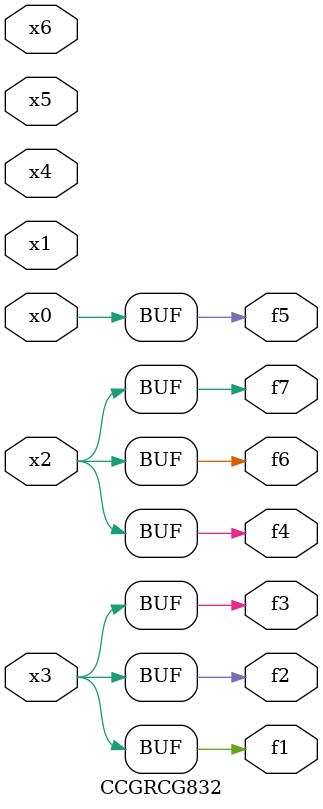
<source format=v>
module CCGRCG832(
	input x0, x1, x2, x3, x4, x5, x6,
	output f1, f2, f3, f4, f5, f6, f7
);
	assign f1 = x3;
	assign f2 = x3;
	assign f3 = x3;
	assign f4 = x2;
	assign f5 = x0;
	assign f6 = x2;
	assign f7 = x2;
endmodule

</source>
